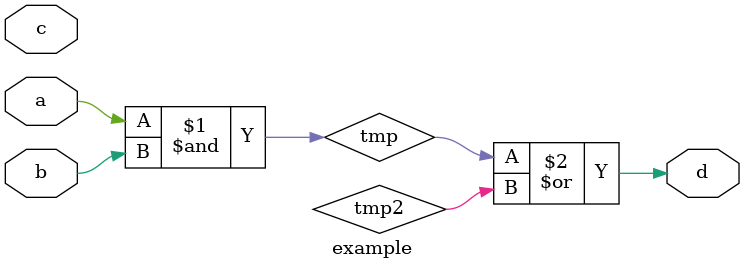
<source format=v>
module dummy (
    output wire c,
    input wire a,
    input wire b
);
    and a1 (
        c,
        a,
        b
    );

endmodule
module d2 (
    output wire y,
    input wire a
);
    assign y = ~a;
endmodule
module example (
    input wire a,
    input wire b,
    input wire c,
    output wire d
);
    wire tmp;
    wire tmp2;
    and a1 (
        tmp,
        a,
        b
    );

    or o1 (
        d,
        tmp,
        tmp2
    );

endmodule

</source>
